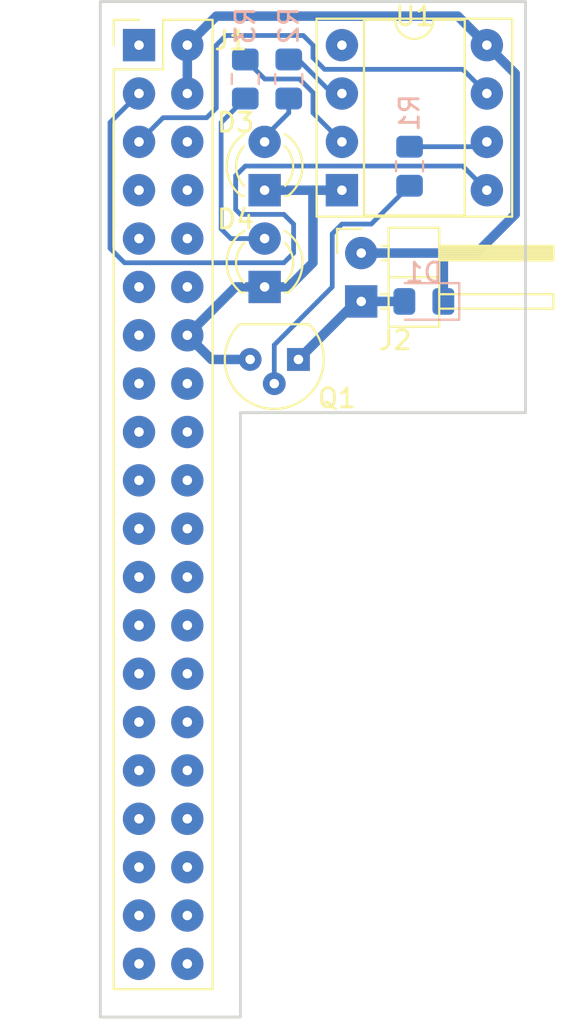
<source format=kicad_pcb>
(kicad_pcb (version 20171130) (host pcbnew 5.0.0-fee4fd1~65~ubuntu18.04.1)

  (general
    (thickness 1.6)
    (drawings 7)
    (tracks 70)
    (zones 0)
    (modules 10)
    (nets 48)
  )

  (page A4)
  (layers
    (0 F.Cu signal)
    (31 B.Cu signal)
    (32 B.Adhes user)
    (33 F.Adhes user)
    (34 B.Paste user)
    (35 F.Paste user)
    (36 B.SilkS user)
    (37 F.SilkS user)
    (38 B.Mask user)
    (39 F.Mask user)
    (40 Dwgs.User user)
    (41 Cmts.User user)
    (42 Eco1.User user)
    (43 Eco2.User user)
    (44 Edge.Cuts user)
    (45 Margin user)
    (46 B.CrtYd user)
    (47 F.CrtYd user)
    (48 B.Fab user)
    (49 F.Fab user)
  )

  (setup
    (last_trace_width 0.25)
    (trace_clearance 0.2)
    (zone_clearance 0.508)
    (zone_45_only no)
    (trace_min 0.2)
    (segment_width 0.2)
    (edge_width 0.15)
    (via_size 0.5)
    (via_drill 0.3)
    (via_min_size 0.4)
    (via_min_drill 0.3)
    (uvia_size 0.2)
    (uvia_drill 0.1)
    (uvias_allowed no)
    (uvia_min_size 0.2)
    (uvia_min_drill 0.1)
    (pcb_text_width 0.3)
    (pcb_text_size 1.5 1.5)
    (mod_edge_width 0.15)
    (mod_text_size 1 1)
    (mod_text_width 0.15)
    (pad_size 1.2 1.2)
    (pad_drill 0.5)
    (pad_to_mask_clearance 0.2)
    (aux_axis_origin 0 0)
    (visible_elements FFFFFF7F)
    (pcbplotparams
      (layerselection 0x010fc_ffffffff)
      (usegerberextensions false)
      (usegerberattributes false)
      (usegerberadvancedattributes false)
      (creategerberjobfile false)
      (excludeedgelayer true)
      (linewidth 0.100000)
      (plotframeref false)
      (viasonmask false)
      (mode 1)
      (useauxorigin false)
      (hpglpennumber 1)
      (hpglpenspeed 20)
      (hpglpendiameter 15.000000)
      (psnegative false)
      (psa4output false)
      (plotreference true)
      (plotvalue true)
      (plotinvisibletext false)
      (padsonsilk false)
      (subtractmaskfromsilk false)
      (outputformat 1)
      (mirror false)
      (drillshape 1)
      (scaleselection 1)
      (outputdirectory "output/"))
  )

  (net 0 "")
  (net 1 "Net-(D1-Pad2)")
  (net 2 +5V)
  (net 3 GND)
  (net 4 "Net-(J1-Pad1)")
  (net 5 I2C_SDA)
  (net 6 I2C_SCL)
  (net 7 "Net-(J1-Pad7)")
  (net 8 "Net-(J1-Pad8)")
  (net 9 "Net-(J1-Pad9)")
  (net 10 "Net-(J1-Pad10)")
  (net 11 "Net-(J1-Pad11)")
  (net 12 "Net-(J1-Pad12)")
  (net 13 "Net-(J1-Pad13)")
  (net 14 "Net-(J1-Pad15)")
  (net 15 "Net-(J1-Pad16)")
  (net 16 "Net-(J1-Pad17)")
  (net 17 "Net-(J1-Pad18)")
  (net 18 "Net-(J1-Pad19)")
  (net 19 "Net-(J1-Pad20)")
  (net 20 "Net-(J1-Pad21)")
  (net 21 "Net-(J1-Pad22)")
  (net 22 "Net-(J1-Pad23)")
  (net 23 "Net-(J1-Pad24)")
  (net 24 "Net-(J1-Pad25)")
  (net 25 "Net-(J1-Pad26)")
  (net 26 "Net-(J1-Pad27)")
  (net 27 "Net-(J1-Pad28)")
  (net 28 "Net-(J1-Pad29)")
  (net 29 "Net-(J1-Pad30)")
  (net 30 "Net-(J1-Pad31)")
  (net 31 "Net-(J1-Pad32)")
  (net 32 "Net-(J1-Pad33)")
  (net 33 "Net-(J1-Pad34)")
  (net 34 "Net-(J1-Pad35)")
  (net 35 "Net-(J1-Pad36)")
  (net 36 "Net-(J1-Pad37)")
  (net 37 "Net-(J1-Pad38)")
  (net 38 "Net-(J1-Pad39)")
  (net 39 "Net-(J1-Pad40)")
  (net 40 "Net-(Q1-Pad2)")
  (net 41 PWM)
  (net 42 "Net-(U1-Pad1)")
  (net 43 "Net-(J1-Pad6)")
  (net 44 "Net-(D3-Pad2)")
  (net 45 "Net-(D4-Pad2)")
  (net 46 LED1)
  (net 47 LED2)

  (net_class Default "This is the default net class."
    (clearance 0.2)
    (trace_width 0.25)
    (via_dia 0.5)
    (via_drill 0.3)
    (uvia_dia 0.2)
    (uvia_drill 0.1)
    (add_net I2C_SCL)
    (add_net I2C_SDA)
    (add_net LED1)
    (add_net LED2)
    (add_net "Net-(D3-Pad2)")
    (add_net "Net-(D4-Pad2)")
    (add_net "Net-(J1-Pad1)")
    (add_net "Net-(J1-Pad10)")
    (add_net "Net-(J1-Pad11)")
    (add_net "Net-(J1-Pad12)")
    (add_net "Net-(J1-Pad13)")
    (add_net "Net-(J1-Pad15)")
    (add_net "Net-(J1-Pad16)")
    (add_net "Net-(J1-Pad17)")
    (add_net "Net-(J1-Pad18)")
    (add_net "Net-(J1-Pad19)")
    (add_net "Net-(J1-Pad20)")
    (add_net "Net-(J1-Pad21)")
    (add_net "Net-(J1-Pad22)")
    (add_net "Net-(J1-Pad23)")
    (add_net "Net-(J1-Pad24)")
    (add_net "Net-(J1-Pad25)")
    (add_net "Net-(J1-Pad26)")
    (add_net "Net-(J1-Pad27)")
    (add_net "Net-(J1-Pad28)")
    (add_net "Net-(J1-Pad29)")
    (add_net "Net-(J1-Pad30)")
    (add_net "Net-(J1-Pad31)")
    (add_net "Net-(J1-Pad32)")
    (add_net "Net-(J1-Pad33)")
    (add_net "Net-(J1-Pad34)")
    (add_net "Net-(J1-Pad35)")
    (add_net "Net-(J1-Pad36)")
    (add_net "Net-(J1-Pad37)")
    (add_net "Net-(J1-Pad38)")
    (add_net "Net-(J1-Pad39)")
    (add_net "Net-(J1-Pad40)")
    (add_net "Net-(J1-Pad6)")
    (add_net "Net-(J1-Pad7)")
    (add_net "Net-(J1-Pad8)")
    (add_net "Net-(J1-Pad9)")
    (add_net "Net-(Q1-Pad2)")
    (add_net "Net-(U1-Pad1)")
    (add_net PWM)
  )

  (net_class power ""
    (clearance 0.2)
    (trace_width 0.5)
    (via_dia 0.5)
    (via_drill 0.3)
    (uvia_dia 0.2)
    (uvia_drill 0.1)
    (add_net +5V)
    (add_net GND)
    (add_net "Net-(D1-Pad2)")
  )

  (module Resistor_SMD:R_0805_2012Metric_Pad1.15x1.40mm_HandSolder (layer B.Cu) (tedit 5B36C52B) (tstamp 5B6E0314)
    (at 96.774 66.04 90)
    (descr "Resistor SMD 0805 (2012 Metric), square (rectangular) end terminal, IPC_7351 nominal with elongated pad for handsoldering. (Body size source: https://docs.google.com/spreadsheets/d/1BsfQQcO9C6DZCsRaXUlFlo91Tg2WpOkGARC1WS5S8t0/edit?usp=sharing), generated with kicad-footprint-generator")
    (tags "resistor handsolder")
    (path /5B6025E0)
    (attr smd)
    (fp_text reference R3 (at 2.803 0 90) (layer B.SilkS)
      (effects (font (size 1 1) (thickness 0.15)) (justify mirror))
    )
    (fp_text value R (at 0 -1.65 90) (layer B.Fab)
      (effects (font (size 1 1) (thickness 0.15)) (justify mirror))
    )
    (fp_text user %R (at 0 0 90) (layer B.Fab)
      (effects (font (size 0.5 0.5) (thickness 0.08)) (justify mirror))
    )
    (fp_line (start 1.85 -0.95) (end -1.85 -0.95) (layer B.CrtYd) (width 0.05))
    (fp_line (start 1.85 0.95) (end 1.85 -0.95) (layer B.CrtYd) (width 0.05))
    (fp_line (start -1.85 0.95) (end 1.85 0.95) (layer B.CrtYd) (width 0.05))
    (fp_line (start -1.85 -0.95) (end -1.85 0.95) (layer B.CrtYd) (width 0.05))
    (fp_line (start -0.261252 -0.71) (end 0.261252 -0.71) (layer B.SilkS) (width 0.12))
    (fp_line (start -0.261252 0.71) (end 0.261252 0.71) (layer B.SilkS) (width 0.12))
    (fp_line (start 1 -0.6) (end -1 -0.6) (layer B.Fab) (width 0.1))
    (fp_line (start 1 0.6) (end 1 -0.6) (layer B.Fab) (width 0.1))
    (fp_line (start -1 0.6) (end 1 0.6) (layer B.Fab) (width 0.1))
    (fp_line (start -1 -0.6) (end -1 0.6) (layer B.Fab) (width 0.1))
    (pad 2 smd roundrect (at 1.025 0 90) (size 1.15 1.4) (layers B.Cu B.Paste B.Mask) (roundrect_rratio 0.217391)
      (net 47 LED2))
    (pad 1 smd roundrect (at -1.025 0 90) (size 1.15 1.4) (layers B.Cu B.Paste B.Mask) (roundrect_rratio 0.217391)
      (net 45 "Net-(D4-Pad2)"))
    (model ${KISYS3DMOD}/Resistor_SMD.3dshapes/R_0805_2012Metric.wrl
      (at (xyz 0 0 0))
      (scale (xyz 1 1 1))
      (rotate (xyz 0 0 0))
    )
  )

  (module Resistor_SMD:R_0805_2012Metric_Pad1.15x1.40mm_HandSolder (layer B.Cu) (tedit 5B36C52B) (tstamp 5B6E0386)
    (at 99.06 66.04 90)
    (descr "Resistor SMD 0805 (2012 Metric), square (rectangular) end terminal, IPC_7351 nominal with elongated pad for handsoldering. (Body size source: https://docs.google.com/spreadsheets/d/1BsfQQcO9C6DZCsRaXUlFlo91Tg2WpOkGARC1WS5S8t0/edit?usp=sharing), generated with kicad-footprint-generator")
    (tags "resistor handsolder")
    (path /5B6024D4)
    (attr smd)
    (fp_text reference R2 (at 2.803 0 90) (layer B.SilkS)
      (effects (font (size 1 1) (thickness 0.15)) (justify mirror))
    )
    (fp_text value R (at 0 -1.65 90) (layer B.Fab)
      (effects (font (size 1 1) (thickness 0.15)) (justify mirror))
    )
    (fp_text user %R (at 0 0 90) (layer B.Fab)
      (effects (font (size 0.5 0.5) (thickness 0.08)) (justify mirror))
    )
    (fp_line (start 1.85 -0.95) (end -1.85 -0.95) (layer B.CrtYd) (width 0.05))
    (fp_line (start 1.85 0.95) (end 1.85 -0.95) (layer B.CrtYd) (width 0.05))
    (fp_line (start -1.85 0.95) (end 1.85 0.95) (layer B.CrtYd) (width 0.05))
    (fp_line (start -1.85 -0.95) (end -1.85 0.95) (layer B.CrtYd) (width 0.05))
    (fp_line (start -0.261252 -0.71) (end 0.261252 -0.71) (layer B.SilkS) (width 0.12))
    (fp_line (start -0.261252 0.71) (end 0.261252 0.71) (layer B.SilkS) (width 0.12))
    (fp_line (start 1 -0.6) (end -1 -0.6) (layer B.Fab) (width 0.1))
    (fp_line (start 1 0.6) (end 1 -0.6) (layer B.Fab) (width 0.1))
    (fp_line (start -1 0.6) (end 1 0.6) (layer B.Fab) (width 0.1))
    (fp_line (start -1 -0.6) (end -1 0.6) (layer B.Fab) (width 0.1))
    (pad 2 smd roundrect (at 1.025 0 90) (size 1.15 1.4) (layers B.Cu B.Paste B.Mask) (roundrect_rratio 0.217391)
      (net 46 LED1))
    (pad 1 smd roundrect (at -1.025 0 90) (size 1.15 1.4) (layers B.Cu B.Paste B.Mask) (roundrect_rratio 0.217391)
      (net 44 "Net-(D3-Pad2)"))
    (model ${KISYS3DMOD}/Resistor_SMD.3dshapes/R_0805_2012Metric.wrl
      (at (xyz 0 0 0))
      (scale (xyz 1 1 1))
      (rotate (xyz 0 0 0))
    )
  )

  (module Package_DIP:DIP-8_W7.62mm_Socket (layer F.Cu) (tedit 5B61F68E) (tstamp 5B767192)
    (at 101.854 64.262)
    (descr "8-lead though-hole mounted DIP package, row spacing 7.62 mm (300 mils), Socket")
    (tags "THT DIP DIL PDIP 2.54mm 7.62mm 300mil Socket")
    (path /5B5C9611)
    (fp_text reference U1 (at 3.81 -1.524) (layer F.SilkS)
      (effects (font (size 1 1) (thickness 0.15)))
    )
    (fp_text value ATtiny25-20PU (at 3.81 9.95) (layer F.Fab)
      (effects (font (size 1 1) (thickness 0.15)))
    )
    (fp_arc (start 3.81 -1.33) (end 2.81 -1.33) (angle -180) (layer F.SilkS) (width 0.12))
    (fp_line (start 1.635 -1.27) (end 6.985 -1.27) (layer F.Fab) (width 0.1))
    (fp_line (start 6.985 -1.27) (end 6.985 8.89) (layer F.Fab) (width 0.1))
    (fp_line (start 6.985 8.89) (end 0.635 8.89) (layer F.Fab) (width 0.1))
    (fp_line (start 0.635 8.89) (end 0.635 -0.27) (layer F.Fab) (width 0.1))
    (fp_line (start 0.635 -0.27) (end 1.635 -1.27) (layer F.Fab) (width 0.1))
    (fp_line (start -1.27 -1.33) (end -1.27 8.95) (layer F.Fab) (width 0.1))
    (fp_line (start -1.27 8.95) (end 8.89 8.95) (layer F.Fab) (width 0.1))
    (fp_line (start 8.89 8.95) (end 8.89 -1.33) (layer F.Fab) (width 0.1))
    (fp_line (start 8.89 -1.33) (end -1.27 -1.33) (layer F.Fab) (width 0.1))
    (fp_line (start 2.81 -1.33) (end 1.16 -1.33) (layer F.SilkS) (width 0.12))
    (fp_line (start 1.16 -1.33) (end 1.16 8.95) (layer F.SilkS) (width 0.12))
    (fp_line (start 1.16 8.95) (end 6.46 8.95) (layer F.SilkS) (width 0.12))
    (fp_line (start 6.46 8.95) (end 6.46 -1.33) (layer F.SilkS) (width 0.12))
    (fp_line (start 6.46 -1.33) (end 4.81 -1.33) (layer F.SilkS) (width 0.12))
    (fp_line (start -1.33 -1.39) (end -1.33 9.01) (layer F.SilkS) (width 0.12))
    (fp_line (start -1.33 9.01) (end 8.95 9.01) (layer F.SilkS) (width 0.12))
    (fp_line (start 8.95 9.01) (end 8.95 -1.39) (layer F.SilkS) (width 0.12))
    (fp_line (start 8.95 -1.39) (end -1.33 -1.39) (layer F.SilkS) (width 0.12))
    (fp_line (start -1.55 -1.6) (end -1.55 9.2) (layer F.CrtYd) (width 0.05))
    (fp_line (start -1.55 9.2) (end 9.15 9.2) (layer F.CrtYd) (width 0.05))
    (fp_line (start 9.15 9.2) (end 9.15 -1.6) (layer F.CrtYd) (width 0.05))
    (fp_line (start 9.15 -1.6) (end -1.55 -1.6) (layer F.CrtYd) (width 0.05))
    (fp_text user %R (at 3.81 3.81) (layer F.Fab)
      (effects (font (size 1 1) (thickness 0.15)))
    )
    (pad 1 thru_hole oval (at 0 0) (size 1.7 1.7) (drill 0.5) (layers *.Cu *.Mask)
      (net 42 "Net-(U1-Pad1)"))
    (pad 5 thru_hole oval (at 7.62 7.62) (size 1.7 1.7) (drill 0.5) (layers *.Cu *.Mask)
      (net 5 I2C_SDA))
    (pad 2 thru_hole oval (at 0 2.54) (size 1.7 1.7) (drill 0.5) (layers *.Cu *.Mask)
      (net 46 LED1))
    (pad 6 thru_hole oval (at 7.62 5.08) (size 1.7 1.7) (drill 0.5) (layers *.Cu *.Mask)
      (net 41 PWM))
    (pad 3 thru_hole oval (at 0 5.08) (size 1.7 1.7) (drill 0.5) (layers *.Cu *.Mask)
      (net 47 LED2))
    (pad 7 thru_hole oval (at 7.62 2.54) (size 1.7 1.7) (drill 0.5) (layers *.Cu *.Mask)
      (net 6 I2C_SCL))
    (pad 4 thru_hole rect (at 0 7.62) (size 1.7 1.7) (drill 0.5) (layers *.Cu *.Mask)
      (net 3 GND))
    (pad 8 thru_hole oval (at 7.62 0) (size 1.7 1.7) (drill 0.5) (layers *.Cu *.Mask)
      (net 2 +5V))
    (model ${KISYS3DMOD}/Package_DIP.3dshapes/DIP-8_W7.62mm_Socket.wrl
      (at (xyz 0 0 0))
      (scale (xyz 1 1 1))
      (rotate (xyz 0 0 0))
    )
  )

  (module LED_THT:LED_D3.0mm (layer F.Cu) (tedit 587A3A7B) (tstamp 5B6D86ED)
    (at 97.79 71.882 90)
    (descr "LED, diameter 3.0mm, 2 pins")
    (tags "LED diameter 3.0mm 2 pins")
    (path /5B602A67)
    (fp_text reference D3 (at 3.556 -1.524 180) (layer F.SilkS)
      (effects (font (size 1 1) (thickness 0.15)))
    )
    (fp_text value LED (at 1.27 2.96 90) (layer F.Fab)
      (effects (font (size 1 1) (thickness 0.15)))
    )
    (fp_line (start 3.7 -2.25) (end -1.15 -2.25) (layer F.CrtYd) (width 0.05))
    (fp_line (start 3.7 2.25) (end 3.7 -2.25) (layer F.CrtYd) (width 0.05))
    (fp_line (start -1.15 2.25) (end 3.7 2.25) (layer F.CrtYd) (width 0.05))
    (fp_line (start -1.15 -2.25) (end -1.15 2.25) (layer F.CrtYd) (width 0.05))
    (fp_line (start -0.29 1.08) (end -0.29 1.236) (layer F.SilkS) (width 0.12))
    (fp_line (start -0.29 -1.236) (end -0.29 -1.08) (layer F.SilkS) (width 0.12))
    (fp_line (start -0.23 -1.16619) (end -0.23 1.16619) (layer F.Fab) (width 0.1))
    (fp_circle (center 1.27 0) (end 2.77 0) (layer F.Fab) (width 0.1))
    (fp_arc (start 1.27 0) (end 0.229039 1.08) (angle -87.9) (layer F.SilkS) (width 0.12))
    (fp_arc (start 1.27 0) (end 0.229039 -1.08) (angle 87.9) (layer F.SilkS) (width 0.12))
    (fp_arc (start 1.27 0) (end -0.29 1.235516) (angle -108.8) (layer F.SilkS) (width 0.12))
    (fp_arc (start 1.27 0) (end -0.29 -1.235516) (angle 108.8) (layer F.SilkS) (width 0.12))
    (fp_arc (start 1.27 0) (end -0.23 -1.16619) (angle 284.3) (layer F.Fab) (width 0.1))
    (pad 2 thru_hole oval (at 2.54 0 90) (size 1.7 1.7) (drill 0.5) (layers *.Cu *.Mask)
      (net 44 "Net-(D3-Pad2)"))
    (pad 1 thru_hole rect (at 0 0 90) (size 1.7 1.7) (drill 0.5) (layers *.Cu *.Mask)
      (net 3 GND))
    (model ${KISYS3DMOD}/LED_THT.3dshapes/LED_D3.0mm.wrl
      (at (xyz 0 0 0))
      (scale (xyz 1 1 1))
      (rotate (xyz 0 0 0))
    )
  )

  (module LED_THT:LED_D3.0mm (layer F.Cu) (tedit 587A3A7B) (tstamp 5B6D7790)
    (at 97.79 76.962 90)
    (descr "LED, diameter 3.0mm, 2 pins")
    (tags "LED diameter 3.0mm 2 pins")
    (path /5B602EF0)
    (fp_text reference D4 (at 3.556 -1.524 180) (layer F.SilkS)
      (effects (font (size 1 1) (thickness 0.15)))
    )
    (fp_text value LED (at 1.27 2.96 90) (layer F.Fab)
      (effects (font (size 1 1) (thickness 0.15)))
    )
    (fp_line (start 3.7 -2.25) (end -1.15 -2.25) (layer F.CrtYd) (width 0.05))
    (fp_line (start 3.7 2.25) (end 3.7 -2.25) (layer F.CrtYd) (width 0.05))
    (fp_line (start -1.15 2.25) (end 3.7 2.25) (layer F.CrtYd) (width 0.05))
    (fp_line (start -1.15 -2.25) (end -1.15 2.25) (layer F.CrtYd) (width 0.05))
    (fp_line (start -0.29 1.08) (end -0.29 1.236) (layer F.SilkS) (width 0.12))
    (fp_line (start -0.29 -1.236) (end -0.29 -1.08) (layer F.SilkS) (width 0.12))
    (fp_line (start -0.23 -1.16619) (end -0.23 1.16619) (layer F.Fab) (width 0.1))
    (fp_circle (center 1.27 0) (end 2.77 0) (layer F.Fab) (width 0.1))
    (fp_arc (start 1.27 0) (end 0.229039 1.08) (angle -87.9) (layer F.SilkS) (width 0.12))
    (fp_arc (start 1.27 0) (end 0.229039 -1.08) (angle 87.9) (layer F.SilkS) (width 0.12))
    (fp_arc (start 1.27 0) (end -0.29 1.235516) (angle -108.8) (layer F.SilkS) (width 0.12))
    (fp_arc (start 1.27 0) (end -0.29 -1.235516) (angle 108.8) (layer F.SilkS) (width 0.12))
    (fp_arc (start 1.27 0) (end -0.23 -1.16619) (angle 284.3) (layer F.Fab) (width 0.1))
    (pad 2 thru_hole oval (at 2.54 0 90) (size 1.7 1.7) (drill 0.5) (layers *.Cu *.Mask)
      (net 45 "Net-(D4-Pad2)"))
    (pad 1 thru_hole rect (at 0 0 90) (size 1.7 1.7) (drill 0.5) (layers *.Cu *.Mask)
      (net 3 GND))
    (model ${KISYS3DMOD}/LED_THT.3dshapes/LED_D3.0mm.wrl
      (at (xyz 0 0 0))
      (scale (xyz 1 1 1))
      (rotate (xyz 0 0 0))
    )
  )

  (module Connector_PinHeader_2.54mm:PinHeader_2x20_P2.54mm_Vertical (layer F.Cu) (tedit 5B61F62B) (tstamp 5B6D8D89)
    (at 91.186 64.262)
    (descr "Through hole straight pin header, 2x20, 2.54mm pitch, double rows")
    (tags "Through hole pin header THT 2x20 2.54mm double row")
    (path /5B5C99DE)
    (fp_text reference J1 (at 4.826 -0.254) (layer F.SilkS)
      (effects (font (size 1 1) (thickness 0.15)))
    )
    (fp_text value Conn_02x20_Odd_Even (at 1.27 50.59) (layer F.Fab)
      (effects (font (size 1 1) (thickness 0.15)))
    )
    (fp_text user %R (at 1.27 24.13 90) (layer F.Fab)
      (effects (font (size 1 1) (thickness 0.15)))
    )
    (fp_line (start 4.35 -1.8) (end -1.8 -1.8) (layer F.CrtYd) (width 0.05))
    (fp_line (start 4.35 50.05) (end 4.35 -1.8) (layer F.CrtYd) (width 0.05))
    (fp_line (start -1.8 50.05) (end 4.35 50.05) (layer F.CrtYd) (width 0.05))
    (fp_line (start -1.8 -1.8) (end -1.8 50.05) (layer F.CrtYd) (width 0.05))
    (fp_line (start -1.33 -1.33) (end 0 -1.33) (layer F.SilkS) (width 0.12))
    (fp_line (start -1.33 0) (end -1.33 -1.33) (layer F.SilkS) (width 0.12))
    (fp_line (start 1.27 -1.33) (end 3.87 -1.33) (layer F.SilkS) (width 0.12))
    (fp_line (start 1.27 1.27) (end 1.27 -1.33) (layer F.SilkS) (width 0.12))
    (fp_line (start -1.33 1.27) (end 1.27 1.27) (layer F.SilkS) (width 0.12))
    (fp_line (start 3.87 -1.33) (end 3.87 49.59) (layer F.SilkS) (width 0.12))
    (fp_line (start -1.33 1.27) (end -1.33 49.59) (layer F.SilkS) (width 0.12))
    (fp_line (start -1.33 49.59) (end 3.87 49.59) (layer F.SilkS) (width 0.12))
    (fp_line (start -1.27 0) (end 0 -1.27) (layer F.Fab) (width 0.1))
    (fp_line (start -1.27 49.53) (end -1.27 0) (layer F.Fab) (width 0.1))
    (fp_line (start 3.81 49.53) (end -1.27 49.53) (layer F.Fab) (width 0.1))
    (fp_line (start 3.81 -1.27) (end 3.81 49.53) (layer F.Fab) (width 0.1))
    (fp_line (start 0 -1.27) (end 3.81 -1.27) (layer F.Fab) (width 0.1))
    (pad 40 thru_hole oval (at 2.54 48.26) (size 1.7 1.7) (drill 0.5) (layers *.Cu *.Mask)
      (net 39 "Net-(J1-Pad40)"))
    (pad 39 thru_hole oval (at 0 48.26) (size 1.7 1.7) (drill 0.5) (layers *.Cu *.Mask)
      (net 38 "Net-(J1-Pad39)"))
    (pad 38 thru_hole oval (at 2.54 45.72) (size 1.7 1.7) (drill 0.5) (layers *.Cu *.Mask)
      (net 37 "Net-(J1-Pad38)"))
    (pad 37 thru_hole oval (at 0 45.72) (size 1.7 1.7) (drill 0.5) (layers *.Cu *.Mask)
      (net 36 "Net-(J1-Pad37)"))
    (pad 36 thru_hole oval (at 2.54 43.18) (size 1.7 1.7) (drill 0.5) (layers *.Cu *.Mask)
      (net 35 "Net-(J1-Pad36)"))
    (pad 35 thru_hole oval (at 0 43.18) (size 1.7 1.7) (drill 0.5) (layers *.Cu *.Mask)
      (net 34 "Net-(J1-Pad35)"))
    (pad 34 thru_hole oval (at 2.54 40.64) (size 1.7 1.7) (drill 0.5) (layers *.Cu *.Mask)
      (net 33 "Net-(J1-Pad34)"))
    (pad 33 thru_hole oval (at 0 40.64) (size 1.7 1.7) (drill 0.5) (layers *.Cu *.Mask)
      (net 32 "Net-(J1-Pad33)"))
    (pad 32 thru_hole oval (at 2.54 38.1) (size 1.7 1.7) (drill 0.5) (layers *.Cu *.Mask)
      (net 31 "Net-(J1-Pad32)"))
    (pad 31 thru_hole oval (at 0 38.1) (size 1.7 1.7) (drill 0.5) (layers *.Cu *.Mask)
      (net 30 "Net-(J1-Pad31)"))
    (pad 30 thru_hole oval (at 2.54 35.56) (size 1.7 1.7) (drill 0.5) (layers *.Cu *.Mask)
      (net 29 "Net-(J1-Pad30)"))
    (pad 29 thru_hole oval (at 0 35.56) (size 1.7 1.7) (drill 0.5) (layers *.Cu *.Mask)
      (net 28 "Net-(J1-Pad29)"))
    (pad 28 thru_hole oval (at 2.54 33.02) (size 1.7 1.7) (drill 0.5) (layers *.Cu *.Mask)
      (net 27 "Net-(J1-Pad28)"))
    (pad 27 thru_hole oval (at 0 33.02) (size 1.7 1.7) (drill 0.5) (layers *.Cu *.Mask)
      (net 26 "Net-(J1-Pad27)"))
    (pad 26 thru_hole oval (at 2.54 30.48) (size 1.7 1.7) (drill 0.5) (layers *.Cu *.Mask)
      (net 25 "Net-(J1-Pad26)"))
    (pad 25 thru_hole oval (at 0 30.48) (size 1.7 1.7) (drill 0.5) (layers *.Cu *.Mask)
      (net 24 "Net-(J1-Pad25)"))
    (pad 24 thru_hole oval (at 2.54 27.94) (size 1.7 1.7) (drill 0.5) (layers *.Cu *.Mask)
      (net 23 "Net-(J1-Pad24)"))
    (pad 23 thru_hole oval (at 0 27.94) (size 1.7 1.7) (drill 0.5) (layers *.Cu *.Mask)
      (net 22 "Net-(J1-Pad23)"))
    (pad 22 thru_hole oval (at 2.54 25.4) (size 1.7 1.7) (drill 0.5) (layers *.Cu *.Mask)
      (net 21 "Net-(J1-Pad22)"))
    (pad 21 thru_hole oval (at 0 25.4) (size 1.7 1.7) (drill 0.5) (layers *.Cu *.Mask)
      (net 20 "Net-(J1-Pad21)"))
    (pad 20 thru_hole oval (at 2.54 22.86) (size 1.7 1.7) (drill 0.5) (layers *.Cu *.Mask)
      (net 19 "Net-(J1-Pad20)"))
    (pad 19 thru_hole oval (at 0 22.86) (size 1.7 1.7) (drill 0.5) (layers *.Cu *.Mask)
      (net 18 "Net-(J1-Pad19)"))
    (pad 18 thru_hole oval (at 2.54 20.32) (size 1.7 1.7) (drill 0.5) (layers *.Cu *.Mask)
      (net 17 "Net-(J1-Pad18)"))
    (pad 17 thru_hole oval (at 0 20.32) (size 1.7 1.7) (drill 0.5) (layers *.Cu *.Mask)
      (net 16 "Net-(J1-Pad17)"))
    (pad 16 thru_hole oval (at 2.54 17.78) (size 1.7 1.7) (drill 0.5) (layers *.Cu *.Mask)
      (net 15 "Net-(J1-Pad16)"))
    (pad 15 thru_hole oval (at 0 17.78) (size 1.7 1.7) (drill 0.5) (layers *.Cu *.Mask)
      (net 14 "Net-(J1-Pad15)"))
    (pad 14 thru_hole oval (at 2.54 15.24) (size 1.7 1.7) (drill 0.5) (layers *.Cu *.Mask)
      (net 3 GND))
    (pad 13 thru_hole oval (at 0 15.24) (size 1.7 1.7) (drill 0.5) (layers *.Cu *.Mask)
      (net 13 "Net-(J1-Pad13)"))
    (pad 12 thru_hole oval (at 2.54 12.7) (size 1.7 1.7) (drill 0.5) (layers *.Cu *.Mask)
      (net 12 "Net-(J1-Pad12)"))
    (pad 11 thru_hole oval (at 0 12.7) (size 1.7 1.7) (drill 0.5) (layers *.Cu *.Mask)
      (net 11 "Net-(J1-Pad11)"))
    (pad 10 thru_hole oval (at 2.54 10.16) (size 1.7 1.7) (drill 0.5) (layers *.Cu *.Mask)
      (net 10 "Net-(J1-Pad10)"))
    (pad 9 thru_hole oval (at 0 10.16) (size 1.7 1.7) (drill 0.5) (layers *.Cu *.Mask)
      (net 9 "Net-(J1-Pad9)"))
    (pad 8 thru_hole oval (at 2.54 7.62) (size 1.7 1.7) (drill 0.5) (layers *.Cu *.Mask)
      (net 8 "Net-(J1-Pad8)"))
    (pad 7 thru_hole oval (at 0 7.62) (size 1.7 1.7) (drill 0.5) (layers *.Cu *.Mask)
      (net 7 "Net-(J1-Pad7)"))
    (pad 6 thru_hole oval (at 2.54 5.08) (size 1.7 1.7) (drill 0.5) (layers *.Cu *.Mask)
      (net 43 "Net-(J1-Pad6)"))
    (pad 5 thru_hole oval (at 0 5.08) (size 1.7 1.7) (drill 0.5) (layers *.Cu *.Mask)
      (net 6 I2C_SCL))
    (pad 4 thru_hole oval (at 2.54 2.54) (size 1.7 1.7) (drill 0.5) (layers *.Cu *.Mask)
      (net 2 +5V))
    (pad 3 thru_hole oval (at 0 2.54) (size 1.7 1.7) (drill 0.5) (layers *.Cu *.Mask)
      (net 5 I2C_SDA))
    (pad 2 thru_hole oval (at 2.54 0) (size 1.7 1.7) (drill 0.5) (layers *.Cu *.Mask)
      (net 2 +5V))
    (pad 1 thru_hole rect (at 0 0) (size 1.7 1.7) (drill 0.5) (layers *.Cu *.Mask)
      (net 4 "Net-(J1-Pad1)"))
    (model ${KISYS3DMOD}/Connector_PinHeader_2.54mm.3dshapes/PinHeader_2x20_P2.54mm_Vertical.wrl
      (at (xyz 0 0 0))
      (scale (xyz 1 1 1))
      (rotate (xyz 0 0 0))
    )
  )

  (module Connector_PinHeader_2.54mm:PinHeader_1x02_P2.54mm_Horizontal (layer F.Cu) (tedit 59FED5CB) (tstamp 5B767D5F)
    (at 102.87 75.184)
    (descr "Through hole angled pin header, 1x02, 2.54mm pitch, 6mm pin length, single row")
    (tags "Through hole angled pin header THT 1x02 2.54mm single row")
    (path /5B5F3E47)
    (fp_text reference J2 (at 1.778 4.572) (layer F.SilkS)
      (effects (font (size 1 1) (thickness 0.15)))
    )
    (fp_text value Conn_01x02_Male (at 4.385 4.81) (layer F.Fab)
      (effects (font (size 1 1) (thickness 0.15)))
    )
    (fp_text user %R (at 2.77 1.27 90) (layer F.Fab)
      (effects (font (size 1 1) (thickness 0.15)))
    )
    (fp_line (start 10.55 -1.8) (end -1.8 -1.8) (layer F.CrtYd) (width 0.05))
    (fp_line (start 10.55 4.35) (end 10.55 -1.8) (layer F.CrtYd) (width 0.05))
    (fp_line (start -1.8 4.35) (end 10.55 4.35) (layer F.CrtYd) (width 0.05))
    (fp_line (start -1.8 -1.8) (end -1.8 4.35) (layer F.CrtYd) (width 0.05))
    (fp_line (start -1.27 -1.27) (end 0 -1.27) (layer F.SilkS) (width 0.12))
    (fp_line (start -1.27 0) (end -1.27 -1.27) (layer F.SilkS) (width 0.12))
    (fp_line (start 1.042929 2.92) (end 1.44 2.92) (layer F.SilkS) (width 0.12))
    (fp_line (start 1.042929 2.16) (end 1.44 2.16) (layer F.SilkS) (width 0.12))
    (fp_line (start 10.1 2.92) (end 4.1 2.92) (layer F.SilkS) (width 0.12))
    (fp_line (start 10.1 2.16) (end 10.1 2.92) (layer F.SilkS) (width 0.12))
    (fp_line (start 4.1 2.16) (end 10.1 2.16) (layer F.SilkS) (width 0.12))
    (fp_line (start 1.44 1.27) (end 4.1 1.27) (layer F.SilkS) (width 0.12))
    (fp_line (start 1.11 0.38) (end 1.44 0.38) (layer F.SilkS) (width 0.12))
    (fp_line (start 1.11 -0.38) (end 1.44 -0.38) (layer F.SilkS) (width 0.12))
    (fp_line (start 4.1 0.28) (end 10.1 0.28) (layer F.SilkS) (width 0.12))
    (fp_line (start 4.1 0.16) (end 10.1 0.16) (layer F.SilkS) (width 0.12))
    (fp_line (start 4.1 0.04) (end 10.1 0.04) (layer F.SilkS) (width 0.12))
    (fp_line (start 4.1 -0.08) (end 10.1 -0.08) (layer F.SilkS) (width 0.12))
    (fp_line (start 4.1 -0.2) (end 10.1 -0.2) (layer F.SilkS) (width 0.12))
    (fp_line (start 4.1 -0.32) (end 10.1 -0.32) (layer F.SilkS) (width 0.12))
    (fp_line (start 10.1 0.38) (end 4.1 0.38) (layer F.SilkS) (width 0.12))
    (fp_line (start 10.1 -0.38) (end 10.1 0.38) (layer F.SilkS) (width 0.12))
    (fp_line (start 4.1 -0.38) (end 10.1 -0.38) (layer F.SilkS) (width 0.12))
    (fp_line (start 4.1 -1.33) (end 1.44 -1.33) (layer F.SilkS) (width 0.12))
    (fp_line (start 4.1 3.87) (end 4.1 -1.33) (layer F.SilkS) (width 0.12))
    (fp_line (start 1.44 3.87) (end 4.1 3.87) (layer F.SilkS) (width 0.12))
    (fp_line (start 1.44 -1.33) (end 1.44 3.87) (layer F.SilkS) (width 0.12))
    (fp_line (start 4.04 2.86) (end 10.04 2.86) (layer F.Fab) (width 0.1))
    (fp_line (start 10.04 2.22) (end 10.04 2.86) (layer F.Fab) (width 0.1))
    (fp_line (start 4.04 2.22) (end 10.04 2.22) (layer F.Fab) (width 0.1))
    (fp_line (start -0.32 2.86) (end 1.5 2.86) (layer F.Fab) (width 0.1))
    (fp_line (start -0.32 2.22) (end -0.32 2.86) (layer F.Fab) (width 0.1))
    (fp_line (start -0.32 2.22) (end 1.5 2.22) (layer F.Fab) (width 0.1))
    (fp_line (start 4.04 0.32) (end 10.04 0.32) (layer F.Fab) (width 0.1))
    (fp_line (start 10.04 -0.32) (end 10.04 0.32) (layer F.Fab) (width 0.1))
    (fp_line (start 4.04 -0.32) (end 10.04 -0.32) (layer F.Fab) (width 0.1))
    (fp_line (start -0.32 0.32) (end 1.5 0.32) (layer F.Fab) (width 0.1))
    (fp_line (start -0.32 -0.32) (end -0.32 0.32) (layer F.Fab) (width 0.1))
    (fp_line (start -0.32 -0.32) (end 1.5 -0.32) (layer F.Fab) (width 0.1))
    (fp_line (start 1.5 -0.635) (end 2.135 -1.27) (layer F.Fab) (width 0.1))
    (fp_line (start 1.5 3.81) (end 1.5 -0.635) (layer F.Fab) (width 0.1))
    (fp_line (start 4.04 3.81) (end 1.5 3.81) (layer F.Fab) (width 0.1))
    (fp_line (start 4.04 -1.27) (end 4.04 3.81) (layer F.Fab) (width 0.1))
    (fp_line (start 2.135 -1.27) (end 4.04 -1.27) (layer F.Fab) (width 0.1))
    (pad 2 thru_hole rect (at 0 2.54) (size 1.7 1.7) (drill 0.5) (layers *.Cu *.Mask)
      (net 1 "Net-(D1-Pad2)"))
    (pad 1 thru_hole oval (at 0 0) (size 1.7 1.7) (drill 0.5) (layers *.Cu *.Mask)
      (net 2 +5V))
    (model ${KISYS3DMOD}/Connector_PinHeader_2.54mm.3dshapes/PinHeader_1x02_P2.54mm_Horizontal.wrl
      (at (xyz 0 0 0))
      (scale (xyz 1 1 1))
      (rotate (xyz 0 0 0))
    )
  )

  (module Package_TO_SOT_THT:TO-92 (layer F.Cu) (tedit 5B61F70D) (tstamp 5B7680C5)
    (at 99.568 80.772 180)
    (descr "TO-92 leads molded, narrow, drill 0.75mm (see NXP sot054_po.pdf)")
    (tags "to-92 sc-43 sc-43a sot54 PA33 transistor")
    (path /5B600889)
    (fp_text reference Q1 (at -2.032 -2.032 180) (layer F.SilkS)
      (effects (font (size 1 1) (thickness 0.15)))
    )
    (fp_text value Q_NPN_CBE (at 1.27 2.79 180) (layer F.Fab)
      (effects (font (size 1 1) (thickness 0.15)))
    )
    (fp_arc (start 1.27 0) (end 1.27 -2.6) (angle 135) (layer F.SilkS) (width 0.12))
    (fp_arc (start 1.27 0) (end 1.27 -2.48) (angle -135) (layer F.Fab) (width 0.1))
    (fp_arc (start 1.27 0) (end 1.27 -2.6) (angle -135) (layer F.SilkS) (width 0.12))
    (fp_arc (start 1.27 0) (end 1.27 -2.48) (angle 135) (layer F.Fab) (width 0.1))
    (fp_line (start 4 2.01) (end -1.46 2.01) (layer F.CrtYd) (width 0.05))
    (fp_line (start 4 2.01) (end 4 -2.73) (layer F.CrtYd) (width 0.05))
    (fp_line (start -1.46 -2.73) (end -1.46 2.01) (layer F.CrtYd) (width 0.05))
    (fp_line (start -1.46 -2.73) (end 4 -2.73) (layer F.CrtYd) (width 0.05))
    (fp_line (start -0.5 1.75) (end 3 1.75) (layer F.Fab) (width 0.1))
    (fp_line (start -0.53 1.85) (end 3.07 1.85) (layer F.SilkS) (width 0.12))
    (fp_text user %R (at 1.27 -3.56 180) (layer F.Fab)
      (effects (font (size 1 1) (thickness 0.15)))
    )
    (pad 1 thru_hole rect (at 0 0 270) (size 1.2 1.2) (drill 0.5) (layers *.Cu *.Mask)
      (net 1 "Net-(D1-Pad2)"))
    (pad 3 thru_hole circle (at 2.54 0 270) (size 1.2 1.2) (drill 0.5) (layers *.Cu *.Mask)
      (net 3 GND))
    (pad 2 thru_hole circle (at 1.27 -1.27 270) (size 1.2 1.2) (drill 0.5) (layers *.Cu *.Mask)
      (net 40 "Net-(Q1-Pad2)"))
    (model ${KISYS3DMOD}/Package_TO_SOT_THT.3dshapes/TO-92.wrl
      (at (xyz 0 0 0))
      (scale (xyz 1 1 1))
      (rotate (xyz 0 0 0))
    )
  )

  (module Resistor_SMD:R_0805_2012Metric_Pad1.15x1.40mm_HandSolder (layer B.Cu) (tedit 5B36C52B) (tstamp 5B73569D)
    (at 105.41 70.621 90)
    (descr "Resistor SMD 0805 (2012 Metric), square (rectangular) end terminal, IPC_7351 nominal with elongated pad for handsoldering. (Body size source: https://docs.google.com/spreadsheets/d/1BsfQQcO9C6DZCsRaXUlFlo91Tg2WpOkGARC1WS5S8t0/edit?usp=sharing), generated with kicad-footprint-generator")
    (tags "resistor handsolder")
    (path /5B5F4760)
    (attr smd)
    (fp_text reference R1 (at 2.803 0 90) (layer B.SilkS)
      (effects (font (size 1 1) (thickness 0.15)) (justify mirror))
    )
    (fp_text value R (at 0 -1.65 90) (layer B.Fab)
      (effects (font (size 1 1) (thickness 0.15)) (justify mirror))
    )
    (fp_text user %R (at 0 0 90) (layer B.Fab)
      (effects (font (size 0.5 0.5) (thickness 0.08)) (justify mirror))
    )
    (fp_line (start 1.85 -0.95) (end -1.85 -0.95) (layer B.CrtYd) (width 0.05))
    (fp_line (start 1.85 0.95) (end 1.85 -0.95) (layer B.CrtYd) (width 0.05))
    (fp_line (start -1.85 0.95) (end 1.85 0.95) (layer B.CrtYd) (width 0.05))
    (fp_line (start -1.85 -0.95) (end -1.85 0.95) (layer B.CrtYd) (width 0.05))
    (fp_line (start -0.261252 -0.71) (end 0.261252 -0.71) (layer B.SilkS) (width 0.12))
    (fp_line (start -0.261252 0.71) (end 0.261252 0.71) (layer B.SilkS) (width 0.12))
    (fp_line (start 1 -0.6) (end -1 -0.6) (layer B.Fab) (width 0.1))
    (fp_line (start 1 0.6) (end 1 -0.6) (layer B.Fab) (width 0.1))
    (fp_line (start -1 0.6) (end 1 0.6) (layer B.Fab) (width 0.1))
    (fp_line (start -1 -0.6) (end -1 0.6) (layer B.Fab) (width 0.1))
    (pad 2 smd roundrect (at 1.025 0 90) (size 1.15 1.4) (layers B.Cu B.Paste B.Mask) (roundrect_rratio 0.217391)
      (net 41 PWM))
    (pad 1 smd roundrect (at -1.025 0 90) (size 1.15 1.4) (layers B.Cu B.Paste B.Mask) (roundrect_rratio 0.217391)
      (net 40 "Net-(Q1-Pad2)"))
    (model ${KISYS3DMOD}/Resistor_SMD.3dshapes/R_0805_2012Metric.wrl
      (at (xyz 0 0 0))
      (scale (xyz 1 1 1))
      (rotate (xyz 0 0 0))
    )
  )

  (module Diode_SMD:D_0805_2012Metric_Pad1.15x1.40mm_HandSolder (layer B.Cu) (tedit 5B4B45C8) (tstamp 5B6DE329)
    (at 106.163 77.724 180)
    (descr "Diode SMD 0805 (2012 Metric), square (rectangular) end terminal, IPC_7351 nominal, (Body size source: https://docs.google.com/spreadsheets/d/1BsfQQcO9C6DZCsRaXUlFlo91Tg2WpOkGARC1WS5S8t0/edit?usp=sharing), generated with kicad-footprint-generator")
    (tags "diode handsolder")
    (path /5B5FF777)
    (attr smd)
    (fp_text reference D1 (at 0 1.524 180) (layer B.SilkS)
      (effects (font (size 1 1) (thickness 0.15)) (justify mirror))
    )
    (fp_text value D (at 0 -1.65 180) (layer B.Fab)
      (effects (font (size 1 1) (thickness 0.15)) (justify mirror))
    )
    (fp_text user %R (at 0 0 180) (layer B.Fab)
      (effects (font (size 0.5 0.5) (thickness 0.08)) (justify mirror))
    )
    (fp_line (start 1.85 -0.95) (end -1.85 -0.95) (layer B.CrtYd) (width 0.05))
    (fp_line (start 1.85 0.95) (end 1.85 -0.95) (layer B.CrtYd) (width 0.05))
    (fp_line (start -1.85 0.95) (end 1.85 0.95) (layer B.CrtYd) (width 0.05))
    (fp_line (start -1.85 -0.95) (end -1.85 0.95) (layer B.CrtYd) (width 0.05))
    (fp_line (start -1.86 -0.96) (end 1 -0.96) (layer B.SilkS) (width 0.12))
    (fp_line (start -1.86 0.96) (end -1.86 -0.96) (layer B.SilkS) (width 0.12))
    (fp_line (start 1 0.96) (end -1.86 0.96) (layer B.SilkS) (width 0.12))
    (fp_line (start 1 -0.6) (end 1 0.6) (layer B.Fab) (width 0.1))
    (fp_line (start -1 -0.6) (end 1 -0.6) (layer B.Fab) (width 0.1))
    (fp_line (start -1 0.3) (end -1 -0.6) (layer B.Fab) (width 0.1))
    (fp_line (start -0.7 0.6) (end -1 0.3) (layer B.Fab) (width 0.1))
    (fp_line (start 1 0.6) (end -0.7 0.6) (layer B.Fab) (width 0.1))
    (pad 2 smd roundrect (at 1.025 0 180) (size 1.15 1.4) (layers B.Cu B.Paste B.Mask) (roundrect_rratio 0.217391)
      (net 1 "Net-(D1-Pad2)"))
    (pad 1 smd roundrect (at -1.025 0 180) (size 1.15 1.4) (layers B.Cu B.Paste B.Mask) (roundrect_rratio 0.217391)
      (net 2 +5V))
    (model ${KISYS3DMOD}/Diode_SMD.3dshapes/D_0805_2012Metric.wrl
      (at (xyz 0 0 0))
      (scale (xyz 1 1 1))
      (rotate (xyz 0 0 0))
    )
  )

  (gr_line (start 89.154 115.316) (end 89.154 61.976) (layer Edge.Cuts) (width 0.15))
  (gr_line (start 96.52 115.316) (end 89.154 115.316) (layer Edge.Cuts) (width 0.15))
  (gr_line (start 96.52 114.554) (end 96.52 115.316) (layer Edge.Cuts) (width 0.15))
  (gr_line (start 96.52 83.566) (end 96.52 114.554) (layer Edge.Cuts) (width 0.15))
  (gr_line (start 111.506 83.566) (end 96.52 83.566) (layer Edge.Cuts) (width 0.15))
  (gr_line (start 111.506 61.976) (end 111.506 83.566) (layer Edge.Cuts) (width 0.15) (tstamp 5B76A368))
  (gr_line (start 89.154 61.976) (end 111.506 61.976) (layer Edge.Cuts) (width 0.15))

  (segment (start 102.616 77.724) (end 102.87 77.724) (width 0.5) (layer B.Cu) (net 1))
  (segment (start 99.568 80.772) (end 102.616 77.724) (width 0.5) (layer B.Cu) (net 1))
  (segment (start 102.87 77.724) (end 105.138 77.724) (width 0.5) (layer B.Cu) (net 1))
  (segment (start 93.726 66.802) (end 93.726 64.262) (width 0.5) (layer B.Cu) (net 2))
  (segment (start 107.95 62.738) (end 109.474 64.262) (width 0.5) (layer B.Cu) (net 2))
  (segment (start 93.726 64.262) (end 95.25 62.738) (width 0.5) (layer B.Cu) (net 2))
  (segment (start 95.25 62.738) (end 107.95 62.738) (width 0.5) (layer B.Cu) (net 2))
  (segment (start 110.962 73.152) (end 108.93 75.184) (width 0.5) (layer B.Cu) (net 2))
  (segment (start 109.474 64.262) (end 110.962 65.75) (width 0.5) (layer B.Cu) (net 2))
  (segment (start 110.962 65.75) (end 110.962 73.152) (width 0.5) (layer B.Cu) (net 2))
  (segment (start 108.93 75.184) (end 107.188 75.184) (width 0.5) (layer B.Cu) (net 2))
  (segment (start 107.188 77.724) (end 107.188 75.184) (width 0.5) (layer B.Cu) (net 2))
  (segment (start 107.188 75.184) (end 102.87 75.184) (width 0.5) (layer B.Cu) (net 2))
  (segment (start 98.044 71.882) (end 97.79 71.628) (width 0.5) (layer B.Cu) (net 3))
  (segment (start 94.996 80.772) (end 93.726 79.502) (width 0.5) (layer B.Cu) (net 3))
  (segment (start 97.028 80.772) (end 94.996 80.772) (width 0.5) (layer B.Cu) (net 3))
  (segment (start 101.854 71.882) (end 100.33 71.882) (width 0.5) (layer B.Cu) (net 3))
  (segment (start 97.79 71.882) (end 100.33 71.882) (width 0.5) (layer B.Cu) (net 3))
  (segment (start 96.266 76.962) (end 93.726 79.502) (width 0.5) (layer B.Cu) (net 3))
  (segment (start 99.06 76.962) (end 96.266 76.962) (width 0.5) (layer B.Cu) (net 3))
  (segment (start 100.33 71.882) (end 100.33 75.692) (width 0.5) (layer B.Cu) (net 3))
  (segment (start 100.33 75.692) (end 99.06 76.962) (width 0.5) (layer B.Cu) (net 3))
  (segment (start 109.474 71.882) (end 108.204 70.612) (width 0.25) (layer B.Cu) (net 5))
  (segment (start 96.266998 71.12) (end 96.266 71.12) (width 0.25) (layer B.Cu) (net 5))
  (segment (start 108.204 70.612) (end 96.774998 70.612) (width 0.25) (layer B.Cu) (net 5))
  (segment (start 96.774998 70.612) (end 96.266998 71.12) (width 0.25) (layer B.Cu) (net 5))
  (segment (start 89.662 74.93) (end 89.662 68.326) (width 0.25) (layer B.Cu) (net 5))
  (segment (start 90.424 75.692) (end 89.662 74.93) (width 0.25) (layer B.Cu) (net 5))
  (segment (start 98.806 75.692) (end 90.424 75.692) (width 0.25) (layer B.Cu) (net 5))
  (segment (start 99.314 75.184) (end 98.806 75.692) (width 0.25) (layer B.Cu) (net 5))
  (segment (start 96.266998 72.897002) (end 96.266 72.898) (width 0.25) (layer B.Cu) (net 5))
  (segment (start 99.314 73.66) (end 99.314 75.184) (width 0.25) (layer B.Cu) (net 5))
  (segment (start 96.266998 71.12) (end 96.266998 72.897002) (width 0.25) (layer B.Cu) (net 5))
  (segment (start 89.662 68.326) (end 91.186 66.802) (width 0.25) (layer B.Cu) (net 5))
  (segment (start 96.266 72.898) (end 96.52 73.152) (width 0.25) (layer B.Cu) (net 5))
  (segment (start 96.52 73.152) (end 98.806 73.152) (width 0.25) (layer B.Cu) (net 5))
  (segment (start 98.806 73.152) (end 99.314 73.66) (width 0.25) (layer B.Cu) (net 5))
  (segment (start 94.742 68.072) (end 92.456 68.072) (width 0.25) (layer B.Cu) (net 6))
  (segment (start 95.25 67.564) (end 94.742 68.072) (width 0.25) (layer B.Cu) (net 6))
  (segment (start 92.456 68.072) (end 91.186 69.342) (width 0.25) (layer B.Cu) (net 6))
  (segment (start 108.204 65.532) (end 100.938998 65.532) (width 0.25) (layer B.Cu) (net 6))
  (segment (start 99.822 63.754) (end 95.758 63.754) (width 0.25) (layer B.Cu) (net 6))
  (segment (start 95.25 64.262) (end 95.25 67.564) (width 0.25) (layer B.Cu) (net 6))
  (segment (start 109.474 66.802) (end 108.204 65.532) (width 0.25) (layer B.Cu) (net 6))
  (segment (start 100.33 64.262) (end 99.822 63.754) (width 0.25) (layer B.Cu) (net 6))
  (segment (start 95.758 63.754) (end 95.25 64.262) (width 0.25) (layer B.Cu) (net 6))
  (segment (start 100.33 64.923002) (end 100.33 64.262) (width 0.25) (layer B.Cu) (net 6))
  (segment (start 100.938998 65.532) (end 100.33 64.923002) (width 0.25) (layer B.Cu) (net 6))
  (segment (start 101.346 74.168) (end 101.346 76.962) (width 0.25) (layer B.Cu) (net 40))
  (segment (start 98.298 80.01) (end 98.298 82.042) (width 0.25) (layer B.Cu) (net 40))
  (segment (start 101.854 73.66) (end 101.346 74.168) (width 0.25) (layer B.Cu) (net 40))
  (segment (start 101.346 76.962) (end 98.298 80.01) (width 0.25) (layer B.Cu) (net 40))
  (segment (start 105.41 71.646) (end 103.396 73.66) (width 0.25) (layer B.Cu) (net 40))
  (segment (start 103.396 73.66) (end 101.854 73.66) (width 0.25) (layer B.Cu) (net 40))
  (segment (start 109.22 69.596) (end 109.474 69.342) (width 0.25) (layer B.Cu) (net 41))
  (segment (start 105.41 69.596) (end 109.22 69.596) (width 0.25) (layer B.Cu) (net 41))
  (segment (start 99.06 67.818) (end 97.79 69.088) (width 0.25) (layer B.Cu) (net 44))
  (segment (start 99.06 67.065) (end 99.06 67.818) (width 0.25) (layer B.Cu) (net 44))
  (segment (start 96.012 74.422) (end 97.79 74.422) (width 0.25) (layer B.Cu) (net 45))
  (segment (start 95.504 73.914) (end 96.012 74.422) (width 0.25) (layer B.Cu) (net 45))
  (segment (start 96.774 67.065) (end 95.504 68.335) (width 0.25) (layer B.Cu) (net 45))
  (segment (start 95.504 68.335) (end 95.504 73.914) (width 0.25) (layer B.Cu) (net 45))
  (segment (start 101.854 66.802) (end 101.346 66.802) (width 0.25) (layer B.Cu) (net 46))
  (segment (start 99.559 65.015) (end 99.06 65.015) (width 0.25) (layer B.Cu) (net 46))
  (segment (start 101.346 66.802) (end 99.559 65.015) (width 0.25) (layer B.Cu) (net 46))
  (segment (start 96.774 65.015) (end 97.799 66.04) (width 0.25) (layer B.Cu) (net 47))
  (segment (start 99.62319 66.04) (end 100.33 66.74681) (width 0.25) (layer B.Cu) (net 47))
  (segment (start 97.799 66.04) (end 99.62319 66.04) (width 0.25) (layer B.Cu) (net 47))
  (segment (start 100.33 67.818) (end 101.854 69.342) (width 0.25) (layer B.Cu) (net 47))
  (segment (start 100.33 66.74681) (end 100.33 67.818) (width 0.25) (layer B.Cu) (net 47))

)

</source>
